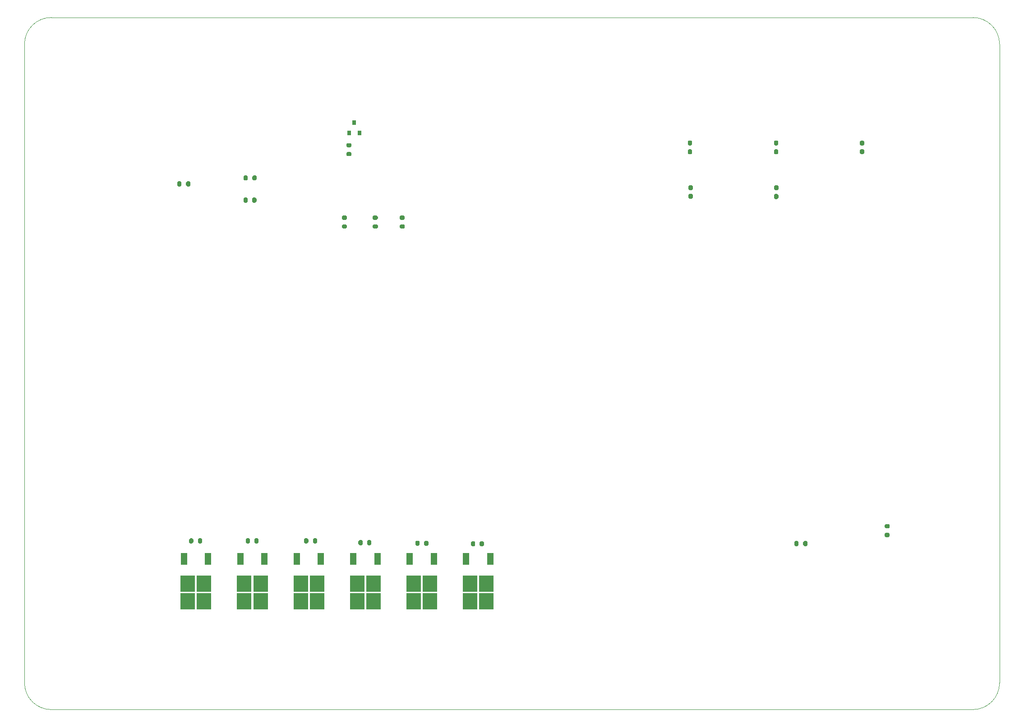
<source format=gbr>
%TF.GenerationSoftware,KiCad,Pcbnew,(5.1.9)-1*%
%TF.CreationDate,2021-02-16T18:15:11+01:00*%
%TF.ProjectId,testbench_io,74657374-6265-46e6-9368-5f696f2e6b69,rev?*%
%TF.SameCoordinates,Original*%
%TF.FileFunction,Paste,Bot*%
%TF.FilePolarity,Positive*%
%FSLAX46Y46*%
G04 Gerber Fmt 4.6, Leading zero omitted, Abs format (unit mm)*
G04 Created by KiCad (PCBNEW (5.1.9)-1) date 2021-02-16 18:15:11*
%MOMM*%
%LPD*%
G01*
G04 APERTURE LIST*
%TA.AperFunction,Profile*%
%ADD10C,0.050000*%
%TD*%
%ADD11R,2.750000X3.050000*%
%ADD12R,1.200000X2.200000*%
%ADD13R,0.800000X0.900000*%
G04 APERTURE END LIST*
D10*
X203400000Y-145400000D02*
G75*
G02*
X198400000Y-150400000I-5000000J0D01*
G01*
X20400000Y-25400000D02*
G75*
G02*
X25400000Y-20400000I5000000J0D01*
G01*
X198400000Y-20400000D02*
G75*
G02*
X203400000Y-25400000I0J-5000000D01*
G01*
X25400000Y-150400000D02*
G75*
G02*
X20400000Y-145400000I0J5000000D01*
G01*
X203400000Y-25400000D02*
X203400000Y-145400000D01*
X198400000Y-150400000D02*
X25400000Y-150400000D01*
X20400000Y-25400000D02*
X20400000Y-145400000D01*
X198400000Y-20400000D02*
X25400000Y-20400000D01*
%TO.C,R306*%
G36*
G01*
X52091000Y-118439000D02*
X52091000Y-118989000D01*
G75*
G02*
X51891000Y-119189000I-200000J0D01*
G01*
X51491000Y-119189000D01*
G75*
G02*
X51291000Y-118989000I0J200000D01*
G01*
X51291000Y-118439000D01*
G75*
G02*
X51491000Y-118239000I200000J0D01*
G01*
X51891000Y-118239000D01*
G75*
G02*
X52091000Y-118439000I0J-200000D01*
G01*
G37*
G36*
G01*
X53741000Y-118439000D02*
X53741000Y-118989000D01*
G75*
G02*
X53541000Y-119189000I-200000J0D01*
G01*
X53141000Y-119189000D01*
G75*
G02*
X52941000Y-118989000I0J200000D01*
G01*
X52941000Y-118439000D01*
G75*
G02*
X53141000Y-118239000I200000J0D01*
G01*
X53541000Y-118239000D01*
G75*
G02*
X53741000Y-118439000I0J-200000D01*
G01*
G37*
%TD*%
D11*
%TO.C,Q306*%
X54104800Y-126733600D03*
X51054800Y-130083600D03*
X51054800Y-126733600D03*
X54104800Y-130083600D03*
D12*
X54859800Y-122108600D03*
X50299800Y-122108600D03*
%TD*%
D11*
%TO.C,Q305*%
X64694000Y-126733600D03*
X61644000Y-130083600D03*
X61644000Y-126733600D03*
X64694000Y-130083600D03*
D12*
X65449000Y-122108600D03*
X60889000Y-122108600D03*
%TD*%
%TO.C,R305*%
G36*
G01*
X62704000Y-118439000D02*
X62704000Y-118989000D01*
G75*
G02*
X62504000Y-119189000I-200000J0D01*
G01*
X62104000Y-119189000D01*
G75*
G02*
X61904000Y-118989000I0J200000D01*
G01*
X61904000Y-118439000D01*
G75*
G02*
X62104000Y-118239000I200000J0D01*
G01*
X62504000Y-118239000D01*
G75*
G02*
X62704000Y-118439000I0J-200000D01*
G01*
G37*
G36*
G01*
X64354000Y-118439000D02*
X64354000Y-118989000D01*
G75*
G02*
X64154000Y-119189000I-200000J0D01*
G01*
X63754000Y-119189000D01*
G75*
G02*
X63554000Y-118989000I0J200000D01*
G01*
X63554000Y-118439000D01*
G75*
G02*
X63754000Y-118239000I200000J0D01*
G01*
X64154000Y-118239000D01*
G75*
G02*
X64354000Y-118439000I0J-200000D01*
G01*
G37*
%TD*%
D11*
%TO.C,Q304*%
X75283200Y-126733600D03*
X72233200Y-130083600D03*
X72233200Y-126733600D03*
X75283200Y-130083600D03*
D12*
X76038200Y-122108600D03*
X71478200Y-122108600D03*
%TD*%
D11*
%TO.C,Q303*%
X85872400Y-126733600D03*
X82822400Y-130083600D03*
X82822400Y-126733600D03*
X85872400Y-130083600D03*
D12*
X86627400Y-122108600D03*
X82067400Y-122108600D03*
%TD*%
D11*
%TO.C,Q302*%
X96461600Y-126733600D03*
X93411600Y-130083600D03*
X93411600Y-126733600D03*
X96461600Y-130083600D03*
D12*
X97216600Y-122108600D03*
X92656600Y-122108600D03*
%TD*%
D11*
%TO.C,Q301*%
X107050800Y-126733600D03*
X104000800Y-130083600D03*
X104000800Y-126733600D03*
X107050800Y-130083600D03*
D12*
X107805800Y-122108600D03*
X103245800Y-122108600D03*
%TD*%
D13*
%TO.C,Q201*%
X82296000Y-40117000D03*
X81346000Y-42117000D03*
X83246000Y-42117000D03*
%TD*%
%TO.C,R101*%
G36*
G01*
X145815000Y-52082000D02*
X145815000Y-52632000D01*
G75*
G02*
X145615000Y-52832000I-200000J0D01*
G01*
X145215000Y-52832000D01*
G75*
G02*
X145015000Y-52632000I0J200000D01*
G01*
X145015000Y-52082000D01*
G75*
G02*
X145215000Y-51882000I200000J0D01*
G01*
X145615000Y-51882000D01*
G75*
G02*
X145815000Y-52082000I0J-200000D01*
G01*
G37*
G36*
G01*
X145815000Y-53732000D02*
X145815000Y-54282000D01*
G75*
G02*
X145615000Y-54482000I-200000J0D01*
G01*
X145215000Y-54482000D01*
G75*
G02*
X145015000Y-54282000I0J200000D01*
G01*
X145015000Y-53732000D01*
G75*
G02*
X145215000Y-53532000I200000J0D01*
G01*
X145615000Y-53532000D01*
G75*
G02*
X145815000Y-53732000I0J-200000D01*
G01*
G37*
%TD*%
%TO.C,R102*%
G36*
G01*
X161893200Y-52094200D02*
X161893200Y-52644200D01*
G75*
G02*
X161693200Y-52844200I-200000J0D01*
G01*
X161293200Y-52844200D01*
G75*
G02*
X161093200Y-52644200I0J200000D01*
G01*
X161093200Y-52094200D01*
G75*
G02*
X161293200Y-51894200I200000J0D01*
G01*
X161693200Y-51894200D01*
G75*
G02*
X161893200Y-52094200I0J-200000D01*
G01*
G37*
G36*
G01*
X161893200Y-53744200D02*
X161893200Y-54294200D01*
G75*
G02*
X161693200Y-54494200I-200000J0D01*
G01*
X161293200Y-54494200D01*
G75*
G02*
X161093200Y-54294200I0J200000D01*
G01*
X161093200Y-53744200D01*
G75*
G02*
X161293200Y-53544200I200000J0D01*
G01*
X161693200Y-53544200D01*
G75*
G02*
X161893200Y-53744200I0J-200000D01*
G01*
G37*
%TD*%
%TO.C,R103*%
G36*
G01*
X145688000Y-45350000D02*
X145688000Y-45900000D01*
G75*
G02*
X145488000Y-46100000I-200000J0D01*
G01*
X145088000Y-46100000D01*
G75*
G02*
X144888000Y-45900000I0J200000D01*
G01*
X144888000Y-45350000D01*
G75*
G02*
X145088000Y-45150000I200000J0D01*
G01*
X145488000Y-45150000D01*
G75*
G02*
X145688000Y-45350000I0J-200000D01*
G01*
G37*
G36*
G01*
X145688000Y-43700000D02*
X145688000Y-44250000D01*
G75*
G02*
X145488000Y-44450000I-200000J0D01*
G01*
X145088000Y-44450000D01*
G75*
G02*
X144888000Y-44250000I0J200000D01*
G01*
X144888000Y-43700000D01*
G75*
G02*
X145088000Y-43500000I200000J0D01*
G01*
X145488000Y-43500000D01*
G75*
G02*
X145688000Y-43700000I0J-200000D01*
G01*
G37*
%TD*%
%TO.C,R104*%
G36*
G01*
X166541000Y-119497000D02*
X166541000Y-118947000D01*
G75*
G02*
X166741000Y-118747000I200000J0D01*
G01*
X167141000Y-118747000D01*
G75*
G02*
X167341000Y-118947000I0J-200000D01*
G01*
X167341000Y-119497000D01*
G75*
G02*
X167141000Y-119697000I-200000J0D01*
G01*
X166741000Y-119697000D01*
G75*
G02*
X166541000Y-119497000I0J200000D01*
G01*
G37*
G36*
G01*
X164891000Y-119497000D02*
X164891000Y-118947000D01*
G75*
G02*
X165091000Y-118747000I200000J0D01*
G01*
X165491000Y-118747000D01*
G75*
G02*
X165691000Y-118947000I0J-200000D01*
G01*
X165691000Y-119497000D01*
G75*
G02*
X165491000Y-119697000I-200000J0D01*
G01*
X165091000Y-119697000D01*
G75*
G02*
X164891000Y-119497000I0J200000D01*
G01*
G37*
%TD*%
%TO.C,R105*%
G36*
G01*
X161867800Y-45350000D02*
X161867800Y-45900000D01*
G75*
G02*
X161667800Y-46100000I-200000J0D01*
G01*
X161267800Y-46100000D01*
G75*
G02*
X161067800Y-45900000I0J200000D01*
G01*
X161067800Y-45350000D01*
G75*
G02*
X161267800Y-45150000I200000J0D01*
G01*
X161667800Y-45150000D01*
G75*
G02*
X161867800Y-45350000I0J-200000D01*
G01*
G37*
G36*
G01*
X161867800Y-43700000D02*
X161867800Y-44250000D01*
G75*
G02*
X161667800Y-44450000I-200000J0D01*
G01*
X161267800Y-44450000D01*
G75*
G02*
X161067800Y-44250000I0J200000D01*
G01*
X161067800Y-43700000D01*
G75*
G02*
X161267800Y-43500000I200000J0D01*
G01*
X161667800Y-43500000D01*
G75*
G02*
X161867800Y-43700000I0J-200000D01*
G01*
G37*
%TD*%
%TO.C,R106*%
G36*
G01*
X177996800Y-45350000D02*
X177996800Y-45900000D01*
G75*
G02*
X177796800Y-46100000I-200000J0D01*
G01*
X177396800Y-46100000D01*
G75*
G02*
X177196800Y-45900000I0J200000D01*
G01*
X177196800Y-45350000D01*
G75*
G02*
X177396800Y-45150000I200000J0D01*
G01*
X177796800Y-45150000D01*
G75*
G02*
X177996800Y-45350000I0J-200000D01*
G01*
G37*
G36*
G01*
X177996800Y-43700000D02*
X177996800Y-44250000D01*
G75*
G02*
X177796800Y-44450000I-200000J0D01*
G01*
X177396800Y-44450000D01*
G75*
G02*
X177196800Y-44250000I0J200000D01*
G01*
X177196800Y-43700000D01*
G75*
G02*
X177396800Y-43500000I200000J0D01*
G01*
X177796800Y-43500000D01*
G75*
G02*
X177996800Y-43700000I0J-200000D01*
G01*
G37*
%TD*%
%TO.C,R108*%
G36*
G01*
X182046200Y-117208600D02*
X182596200Y-117208600D01*
G75*
G02*
X182796200Y-117408600I0J-200000D01*
G01*
X182796200Y-117808600D01*
G75*
G02*
X182596200Y-118008600I-200000J0D01*
G01*
X182046200Y-118008600D01*
G75*
G02*
X181846200Y-117808600I0J200000D01*
G01*
X181846200Y-117408600D01*
G75*
G02*
X182046200Y-117208600I200000J0D01*
G01*
G37*
G36*
G01*
X182046200Y-115558600D02*
X182596200Y-115558600D01*
G75*
G02*
X182796200Y-115758600I0J-200000D01*
G01*
X182796200Y-116158600D01*
G75*
G02*
X182596200Y-116358600I-200000J0D01*
G01*
X182046200Y-116358600D01*
G75*
G02*
X181846200Y-116158600I0J200000D01*
G01*
X181846200Y-115758600D01*
G75*
G02*
X182046200Y-115558600I200000J0D01*
G01*
G37*
%TD*%
%TO.C,R201*%
G36*
G01*
X49867000Y-51383000D02*
X49867000Y-51933000D01*
G75*
G02*
X49667000Y-52133000I-200000J0D01*
G01*
X49267000Y-52133000D01*
G75*
G02*
X49067000Y-51933000I0J200000D01*
G01*
X49067000Y-51383000D01*
G75*
G02*
X49267000Y-51183000I200000J0D01*
G01*
X49667000Y-51183000D01*
G75*
G02*
X49867000Y-51383000I0J-200000D01*
G01*
G37*
G36*
G01*
X51517000Y-51383000D02*
X51517000Y-51933000D01*
G75*
G02*
X51317000Y-52133000I-200000J0D01*
G01*
X50917000Y-52133000D01*
G75*
G02*
X50717000Y-51933000I0J200000D01*
G01*
X50717000Y-51383000D01*
G75*
G02*
X50917000Y-51183000I200000J0D01*
G01*
X51317000Y-51183000D01*
G75*
G02*
X51517000Y-51383000I0J-200000D01*
G01*
G37*
%TD*%
%TO.C,R202*%
G36*
G01*
X80166800Y-59255200D02*
X80716800Y-59255200D01*
G75*
G02*
X80916800Y-59455200I0J-200000D01*
G01*
X80916800Y-59855200D01*
G75*
G02*
X80716800Y-60055200I-200000J0D01*
G01*
X80166800Y-60055200D01*
G75*
G02*
X79966800Y-59855200I0J200000D01*
G01*
X79966800Y-59455200D01*
G75*
G02*
X80166800Y-59255200I200000J0D01*
G01*
G37*
G36*
G01*
X80166800Y-57605200D02*
X80716800Y-57605200D01*
G75*
G02*
X80916800Y-57805200I0J-200000D01*
G01*
X80916800Y-58205200D01*
G75*
G02*
X80716800Y-58405200I-200000J0D01*
G01*
X80166800Y-58405200D01*
G75*
G02*
X79966800Y-58205200I0J200000D01*
G01*
X79966800Y-57805200D01*
G75*
G02*
X80166800Y-57605200I200000J0D01*
G01*
G37*
%TD*%
%TO.C,R203*%
G36*
G01*
X86508000Y-58405200D02*
X85958000Y-58405200D01*
G75*
G02*
X85758000Y-58205200I0J200000D01*
G01*
X85758000Y-57805200D01*
G75*
G02*
X85958000Y-57605200I200000J0D01*
G01*
X86508000Y-57605200D01*
G75*
G02*
X86708000Y-57805200I0J-200000D01*
G01*
X86708000Y-58205200D01*
G75*
G02*
X86508000Y-58405200I-200000J0D01*
G01*
G37*
G36*
G01*
X86508000Y-60055200D02*
X85958000Y-60055200D01*
G75*
G02*
X85758000Y-59855200I0J200000D01*
G01*
X85758000Y-59455200D01*
G75*
G02*
X85958000Y-59255200I200000J0D01*
G01*
X86508000Y-59255200D01*
G75*
G02*
X86708000Y-59455200I0J-200000D01*
G01*
X86708000Y-59855200D01*
G75*
G02*
X86508000Y-60055200I-200000J0D01*
G01*
G37*
%TD*%
%TO.C,R204*%
G36*
G01*
X91562600Y-58405200D02*
X91012600Y-58405200D01*
G75*
G02*
X90812600Y-58205200I0J200000D01*
G01*
X90812600Y-57805200D01*
G75*
G02*
X91012600Y-57605200I200000J0D01*
G01*
X91562600Y-57605200D01*
G75*
G02*
X91762600Y-57805200I0J-200000D01*
G01*
X91762600Y-58205200D01*
G75*
G02*
X91562600Y-58405200I-200000J0D01*
G01*
G37*
G36*
G01*
X91562600Y-60055200D02*
X91012600Y-60055200D01*
G75*
G02*
X90812600Y-59855200I0J200000D01*
G01*
X90812600Y-59455200D01*
G75*
G02*
X91012600Y-59255200I200000J0D01*
G01*
X91562600Y-59255200D01*
G75*
G02*
X91762600Y-59455200I0J-200000D01*
G01*
X91762600Y-59855200D01*
G75*
G02*
X91562600Y-60055200I-200000J0D01*
G01*
G37*
%TD*%
%TO.C,R205*%
G36*
G01*
X63137600Y-54981000D02*
X63137600Y-54431000D01*
G75*
G02*
X63337600Y-54231000I200000J0D01*
G01*
X63737600Y-54231000D01*
G75*
G02*
X63937600Y-54431000I0J-200000D01*
G01*
X63937600Y-54981000D01*
G75*
G02*
X63737600Y-55181000I-200000J0D01*
G01*
X63337600Y-55181000D01*
G75*
G02*
X63137600Y-54981000I0J200000D01*
G01*
G37*
G36*
G01*
X61487600Y-54981000D02*
X61487600Y-54431000D01*
G75*
G02*
X61687600Y-54231000I200000J0D01*
G01*
X62087600Y-54231000D01*
G75*
G02*
X62287600Y-54431000I0J-200000D01*
G01*
X62287600Y-54981000D01*
G75*
G02*
X62087600Y-55181000I-200000J0D01*
G01*
X61687600Y-55181000D01*
G75*
G02*
X61487600Y-54981000I0J200000D01*
G01*
G37*
%TD*%
%TO.C,R206*%
G36*
G01*
X63163000Y-50815400D02*
X63163000Y-50265400D01*
G75*
G02*
X63363000Y-50065400I200000J0D01*
G01*
X63763000Y-50065400D01*
G75*
G02*
X63963000Y-50265400I0J-200000D01*
G01*
X63963000Y-50815400D01*
G75*
G02*
X63763000Y-51015400I-200000J0D01*
G01*
X63363000Y-51015400D01*
G75*
G02*
X63163000Y-50815400I0J200000D01*
G01*
G37*
G36*
G01*
X61513000Y-50815400D02*
X61513000Y-50265400D01*
G75*
G02*
X61713000Y-50065400I200000J0D01*
G01*
X62113000Y-50065400D01*
G75*
G02*
X62313000Y-50265400I0J-200000D01*
G01*
X62313000Y-50815400D01*
G75*
G02*
X62113000Y-51015400I-200000J0D01*
G01*
X61713000Y-51015400D01*
G75*
G02*
X61513000Y-50815400I0J200000D01*
G01*
G37*
%TD*%
%TO.C,R207*%
G36*
G01*
X81580400Y-44793600D02*
X81030400Y-44793600D01*
G75*
G02*
X80830400Y-44593600I0J200000D01*
G01*
X80830400Y-44193600D01*
G75*
G02*
X81030400Y-43993600I200000J0D01*
G01*
X81580400Y-43993600D01*
G75*
G02*
X81780400Y-44193600I0J-200000D01*
G01*
X81780400Y-44593600D01*
G75*
G02*
X81580400Y-44793600I-200000J0D01*
G01*
G37*
G36*
G01*
X81580400Y-46443600D02*
X81030400Y-46443600D01*
G75*
G02*
X80830400Y-46243600I0J200000D01*
G01*
X80830400Y-45843600D01*
G75*
G02*
X81030400Y-45643600I200000J0D01*
G01*
X81580400Y-45643600D01*
G75*
G02*
X81780400Y-45843600I0J-200000D01*
G01*
X81780400Y-46243600D01*
G75*
G02*
X81580400Y-46443600I-200000J0D01*
G01*
G37*
%TD*%
%TO.C,R301*%
G36*
G01*
X104987000Y-118972400D02*
X104987000Y-119522400D01*
G75*
G02*
X104787000Y-119722400I-200000J0D01*
G01*
X104387000Y-119722400D01*
G75*
G02*
X104187000Y-119522400I0J200000D01*
G01*
X104187000Y-118972400D01*
G75*
G02*
X104387000Y-118772400I200000J0D01*
G01*
X104787000Y-118772400D01*
G75*
G02*
X104987000Y-118972400I0J-200000D01*
G01*
G37*
G36*
G01*
X106637000Y-118972400D02*
X106637000Y-119522400D01*
G75*
G02*
X106437000Y-119722400I-200000J0D01*
G01*
X106037000Y-119722400D01*
G75*
G02*
X105837000Y-119522400I0J200000D01*
G01*
X105837000Y-118972400D01*
G75*
G02*
X106037000Y-118772400I200000J0D01*
G01*
X106437000Y-118772400D01*
G75*
G02*
X106637000Y-118972400I0J-200000D01*
G01*
G37*
%TD*%
%TO.C,R302*%
G36*
G01*
X94547600Y-118870800D02*
X94547600Y-119420800D01*
G75*
G02*
X94347600Y-119620800I-200000J0D01*
G01*
X93947600Y-119620800D01*
G75*
G02*
X93747600Y-119420800I0J200000D01*
G01*
X93747600Y-118870800D01*
G75*
G02*
X93947600Y-118670800I200000J0D01*
G01*
X94347600Y-118670800D01*
G75*
G02*
X94547600Y-118870800I0J-200000D01*
G01*
G37*
G36*
G01*
X96197600Y-118870800D02*
X96197600Y-119420800D01*
G75*
G02*
X95997600Y-119620800I-200000J0D01*
G01*
X95597600Y-119620800D01*
G75*
G02*
X95397600Y-119420800I0J200000D01*
G01*
X95397600Y-118870800D01*
G75*
G02*
X95597600Y-118670800I200000J0D01*
G01*
X95997600Y-118670800D01*
G75*
G02*
X96197600Y-118870800I0J-200000D01*
G01*
G37*
%TD*%
%TO.C,R303*%
G36*
G01*
X83858200Y-118769200D02*
X83858200Y-119319200D01*
G75*
G02*
X83658200Y-119519200I-200000J0D01*
G01*
X83258200Y-119519200D01*
G75*
G02*
X83058200Y-119319200I0J200000D01*
G01*
X83058200Y-118769200D01*
G75*
G02*
X83258200Y-118569200I200000J0D01*
G01*
X83658200Y-118569200D01*
G75*
G02*
X83858200Y-118769200I0J-200000D01*
G01*
G37*
G36*
G01*
X85508200Y-118769200D02*
X85508200Y-119319200D01*
G75*
G02*
X85308200Y-119519200I-200000J0D01*
G01*
X84908200Y-119519200D01*
G75*
G02*
X84708200Y-119319200I0J200000D01*
G01*
X84708200Y-118769200D01*
G75*
G02*
X84908200Y-118569200I200000J0D01*
G01*
X85308200Y-118569200D01*
G75*
G02*
X85508200Y-118769200I0J-200000D01*
G01*
G37*
%TD*%
%TO.C,R304*%
G36*
G01*
X73668800Y-118439000D02*
X73668800Y-118989000D01*
G75*
G02*
X73468800Y-119189000I-200000J0D01*
G01*
X73068800Y-119189000D01*
G75*
G02*
X72868800Y-118989000I0J200000D01*
G01*
X72868800Y-118439000D01*
G75*
G02*
X73068800Y-118239000I200000J0D01*
G01*
X73468800Y-118239000D01*
G75*
G02*
X73668800Y-118439000I0J-200000D01*
G01*
G37*
G36*
G01*
X75318800Y-118439000D02*
X75318800Y-118989000D01*
G75*
G02*
X75118800Y-119189000I-200000J0D01*
G01*
X74718800Y-119189000D01*
G75*
G02*
X74518800Y-118989000I0J200000D01*
G01*
X74518800Y-118439000D01*
G75*
G02*
X74718800Y-118239000I200000J0D01*
G01*
X75118800Y-118239000D01*
G75*
G02*
X75318800Y-118439000I0J-200000D01*
G01*
G37*
%TD*%
M02*

</source>
